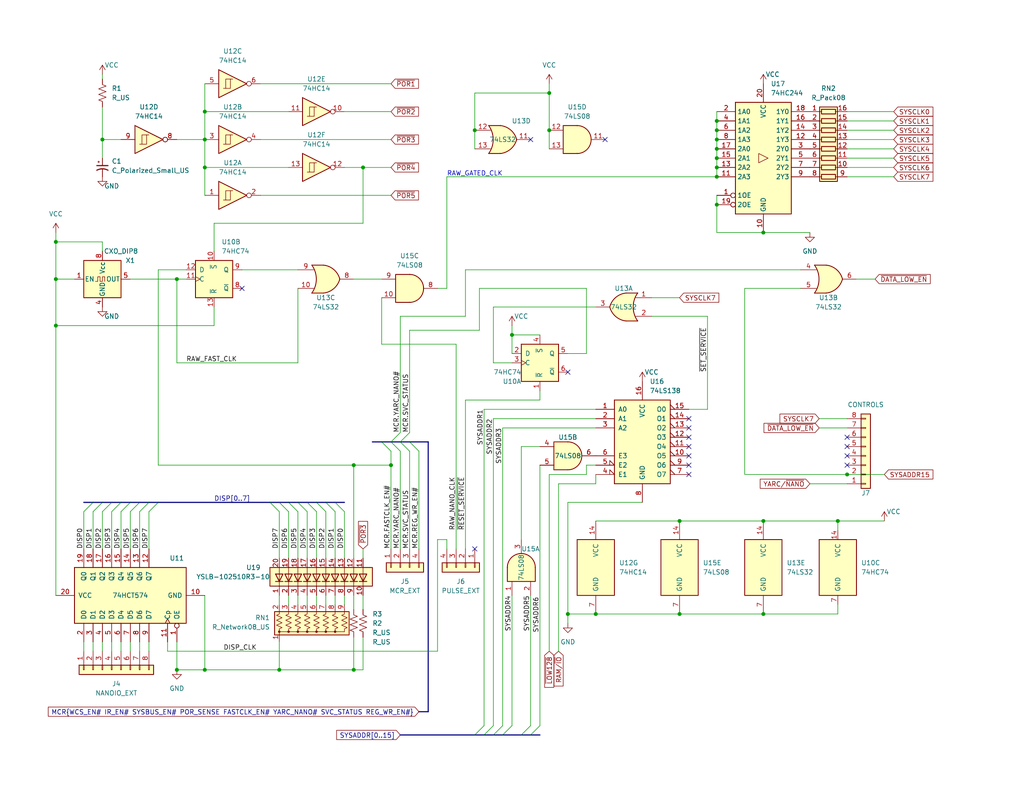
<source format=kicad_sch>
(kicad_sch (version 20230121) (generator eeschema)
  (paper "USLetter")
  (title_block (title "Clock and Downloader Extension") (comment 1 "All components are 74HC family regardless of P/N shown"))
  (lib_symbols
    (symbol "74xx:74HC14" (pin_names (offset 1.016))
      (property "Reference" "U" (at 0 1.27 0))
      (property "Value" "74HC14" (at 0 -1.27 0))
      (symbol "74HC14_1_0"
        (pin input line (at -7.62 0 0) (length 3.81) (name "~") (number "1"))
        (pin output inverted (at 7.62 0 180) (length 3.81) (name "~") (number "2"))
      )
      (symbol "74HC14_2_0"
        (pin input line (at -7.62 0 0) (length 3.81) (name "~") (number "3"))
        (pin output inverted (at 7.62 0 180) (length 3.81) (name "~") (number "4"))
      )
      (symbol "74HC14_3_0"
        (pin input line (at -7.62 0 0) (length 3.81) (name "~") (number "5"))
        (pin output inverted (at 7.62 0 180) (length 3.81) (name "~") (number "6"))
      )
      (symbol "74HC14_4_0"
        (pin output inverted (at 7.62 0 180) (length 3.81) (name "~") (number "8"))
        (pin input line (at -7.62 0 0) (length 3.81) (name "~") (number "9"))
      )
      (symbol "74HC14_5_0"
        (pin output inverted (at 7.62 0 180) (length 3.81) (name "~") (number "10"))
        (pin input line (at -7.62 0 0) (length 3.81) (name "~") (number "11"))
      )
      (symbol "74HC14_6_0"
        (pin output inverted (at 7.62 0 180) (length 3.81) (name "~") (number "12"))
        (pin input line (at -7.62 0 0) (length 3.81) (name "~") (number "13"))
      )
      (symbol "74HC14_7_0"
        (pin power_in line (at 0 12.7 270) (length 5.08) (name "VCC") (number "14"))
        (pin power_in line (at 0 -12.7 90) (length 5.08) (name "GND") (number "7"))
      )
    )
    (symbol "74xx:74HC244"
      (property "Reference" "U" (at -7.62 16.51 0))
      (property "Value" "74HC244" (at -7.62 -16.51 0))
      (symbol "74HC244_1_0"
        (pin input inverted (at -12.7 -10.16 0) (length 5.08) (name "1OE") (number "1"))
        (pin power_in line (at 0 -20.32 90) (length 5.08) (name "GND") (number "10"))
        (pin input line (at -12.7 -5.08 0) (length 5.08) (name "2A3") (number "11"))
        (pin tri_state line (at 12.7 5.08 180) (length 5.08) (name "1Y3") (number "12"))
        (pin input line (at -12.7 -2.54 0) (length 5.08) (name "2A2") (number "13"))
        (pin tri_state line (at 12.7 7.62 180) (length 5.08) (name "1Y2") (number "14"))
        (pin input line (at -12.7 0 0) (length 5.08) (name "2A1") (number "15"))
        (pin tri_state line (at 12.7 10.16 180) (length 5.08) (name "1Y1") (number "16"))
        (pin input line (at -12.7 2.54 0) (length 5.08) (name "2A0") (number "17"))
        (pin tri_state line (at 12.7 12.7 180) (length 5.08) (name "1Y0") (number "18"))
        (pin input inverted (at -12.7 -12.7 0) (length 5.08) (name "2OE") (number "19"))
        (pin input line (at -12.7 12.7 0) (length 5.08) (name "1A0") (number "2"))
        (pin power_in line (at 0 20.32 270) (length 5.08) (name "VCC") (number "20"))
        (pin tri_state line (at 12.7 2.54 180) (length 5.08) (name "2Y0") (number "3"))
        (pin input line (at -12.7 10.16 0) (length 5.08) (name "1A1") (number "4"))
        (pin tri_state line (at 12.7 0 180) (length 5.08) (name "2Y1") (number "5"))
        (pin input line (at -12.7 7.62 0) (length 5.08) (name "1A2") (number "6"))
        (pin tri_state line (at 12.7 -2.54 180) (length 5.08) (name "2Y2") (number "7"))
        (pin input line (at -12.7 5.08 0) (length 5.08) (name "1A3") (number "8"))
        (pin tri_state line (at 12.7 -5.08 180) (length 5.08) (name "2Y3") (number "9"))
      )
    )
    (symbol "74xx:74HC74" (pin_names (offset 1.016))
      (property "Reference" "U" (at -7.62 8.89 0))
      (property "Value" "74HC74" (at -7.62 -8.89 0))
      (symbol "74HC74_1_0"
        (pin input line (at 0 -7.62 90) (length 2.54) (name "~{R}") (number "1"))
        (pin input line (at -7.62 2.54 0) (length 2.54) (name "D") (number "2"))
        (pin input clock (at -7.62 0 0) (length 2.54) (name "C") (number "3"))
        (pin input line (at 0 7.62 270) (length 2.54) (name "~{S}") (number "4"))
        (pin output line (at 7.62 2.54 180) (length 2.54) (name "Q") (number "5"))
        (pin output line (at 7.62 -2.54 180) (length 2.54) (name "~{Q}") (number "6"))
      )
      (symbol "74HC74_2_0"
        (pin input line (at 0 7.62 270) (length 2.54) (name "~{S}") (number "10"))
        (pin input clock (at -7.62 0 0) (length 2.54) (name "C") (number "11"))
        (pin input line (at -7.62 2.54 0) (length 2.54) (name "D") (number "12"))
        (pin input line (at 0 -7.62 90) (length 2.54) (name "~{R}") (number "13"))
        (pin output line (at 7.62 -2.54 180) (length 2.54) (name "~{Q}") (number "8"))
        (pin output line (at 7.62 2.54 180) (length 2.54) (name "Q") (number "9"))
      )
      (symbol "74HC74_3_0"
        (pin power_in line (at 0 10.16 270) (length 2.54) (name "VCC") (number "14"))
        (pin power_in line (at 0 -10.16 90) (length 2.54) (name "GND") (number "7"))
      )
    )
    (symbol "74xx:74HCT574" (pin_names (offset 1.016))
      (property "Reference" "U" (at -7.62 16.51 0))
      (property "Value" "74HCT574" (at -7.62 -16.51 0))
      (symbol "74HCT574_1_0"
        (pin input inverted (at -12.7 -12.7 0) (length 5.08) (name "OE") (number "1"))
        (pin power_in line (at 0 -20.32 90) (length 5.08) (name "GND") (number "10"))
        (pin input clock (at -12.7 -10.16 0) (length 5.08) (name "Cp") (number "11"))
        (pin tri_state line (at 12.7 -5.08 180) (length 5.08) (name "Q7") (number "12"))
        (pin tri_state line (at 12.7 -2.54 180) (length 5.08) (name "Q6") (number "13"))
        (pin tri_state line (at 12.7 0 180) (length 5.08) (name "Q5") (number "14"))
        (pin tri_state line (at 12.7 2.54 180) (length 5.08) (name "Q4") (number "15"))
        (pin tri_state line (at 12.7 5.08 180) (length 5.08) (name "Q3") (number "16"))
        (pin tri_state line (at 12.7 7.62 180) (length 5.08) (name "Q2") (number "17"))
        (pin tri_state line (at 12.7 10.16 180) (length 5.08) (name "Q1") (number "18"))
        (pin tri_state line (at 12.7 12.7 180) (length 5.08) (name "Q0") (number "19"))
        (pin input line (at -12.7 12.7 0) (length 5.08) (name "D0") (number "2"))
        (pin power_in line (at 0 20.32 270) (length 5.08) (name "VCC") (number "20"))
        (pin input line (at -12.7 10.16 0) (length 5.08) (name "D1") (number "3"))
        (pin input line (at -12.7 7.62 0) (length 5.08) (name "D2") (number "4"))
        (pin input line (at -12.7 5.08 0) (length 5.08) (name "D3") (number "5"))
        (pin input line (at -12.7 2.54 0) (length 5.08) (name "D4") (number "6"))
        (pin input line (at -12.7 0 0) (length 5.08) (name "D5") (number "7"))
        (pin input line (at -12.7 -2.54 0) (length 5.08) (name "D6") (number "8"))
        (pin input line (at -12.7 -5.08 0) (length 5.08) (name "D7") (number "9"))
      )
    )
    (symbol "74xx:74LS08" (pin_names (offset 1.016))
      (property "Reference" "U" (at 0 1.27 0))
      (property "Value" "74LS08" (at 0 -1.27 0))
      (symbol "74LS08_1_1"
        (pin input line (at -7.62 2.54 0) (length 3.81) (name "~") (number "1"))
        (pin input line (at -7.62 -2.54 0) (length 3.81) (name "~") (number "2"))
        (pin output line (at 7.62 0 180) (length 3.81) (name "~") (number "3"))
      )
      (symbol "74LS08_1_2"
        (pin input inverted (at -7.62 2.54 0) (length 4.318) (name "~") (number "1"))
        (pin input inverted (at -7.62 -2.54 0) (length 4.318) (name "~") (number "2"))
        (pin output inverted (at 7.62 0 180) (length 3.81) (name "~") (number "3"))
      )
      (symbol "74LS08_2_1"
        (pin input line (at -7.62 2.54 0) (length 3.81) (name "~") (number "4"))
        (pin input line (at -7.62 -2.54 0) (length 3.81) (name "~") (number "5"))
        (pin output line (at 7.62 0 180) (length 3.81) (name "~") (number "6"))
      )
      (symbol "74LS08_2_2"
        (pin input inverted (at -7.62 2.54 0) (length 4.318) (name "~") (number "4"))
        (pin input inverted (at -7.62 -2.54 0) (length 4.318) (name "~") (number "5"))
        (pin output inverted (at 7.62 0 180) (length 3.81) (name "~") (number "6"))
      )
      (symbol "74LS08_3_1"
        (pin input line (at -7.62 -2.54 0) (length 3.81) (name "~") (number "10"))
        (pin output line (at 7.62 0 180) (length 3.81) (name "~") (number "8"))
        (pin input line (at -7.62 2.54 0) (length 3.81) (name "~") (number "9"))
      )
      (symbol "74LS08_3_2"
        (pin input inverted (at -7.62 -2.54 0) (length 4.318) (name "~") (number "10"))
        (pin output inverted (at 7.62 0 180) (length 3.81) (name "~") (number "8"))
        (pin input inverted (at -7.62 2.54 0) (length 4.318) (name "~") (number "9"))
      )
      (symbol "74LS08_4_1"
        (pin output line (at 7.62 0 180) (length 3.81) (name "~") (number "11"))
        (pin input line (at -7.62 2.54 0) (length 3.81) (name "~") (number "12"))
        (pin input line (at -7.62 -2.54 0) (length 3.81) (name "~") (number "13"))
      )
      (symbol "74LS08_4_2"
        (pin output inverted (at 7.62 0 180) (length 3.81) (name "~") (number "11"))
        (pin input inverted (at -7.62 2.54 0) (length 4.318) (name "~") (number "12"))
        (pin input inverted (at -7.62 -2.54 0) (length 4.318) (name "~") (number "13"))
      )
      (symbol "74LS08_5_0"
        (pin power_in line (at 0 12.7 270) (length 5.08) (name "VCC") (number "14"))
        (pin power_in line (at 0 -12.7 90) (length 5.08) (name "GND") (number "7"))
      )
    )
    (symbol "74xx:74LS138" (pin_names (offset 1.016))
      (property "Reference" "U" (at -7.62 11.43 0))
      (property "Value" "74LS138" (at -7.62 -13.97 0))
      (symbol "74LS138_1_0"
        (pin input line (at -12.7 7.62 0) (length 5.08) (name "A0") (number "1"))
        (pin output output_low (at 12.7 -5.08 180) (length 5.08) (name "O5") (number "10"))
        (pin output output_low (at 12.7 -2.54 180) (length 5.08) (name "O4") (number "11"))
        (pin output output_low (at 12.7 0 180) (length 5.08) (name "O3") (number "12"))
        (pin output output_low (at 12.7 2.54 180) (length 5.08) (name "O2") (number "13"))
        (pin output output_low (at 12.7 5.08 180) (length 5.08) (name "O1") (number "14"))
        (pin output output_low (at 12.7 7.62 180) (length 5.08) (name "O0") (number "15"))
        (pin power_in line (at 0 15.24 270) (length 5.08) (name "VCC") (number "16"))
        (pin input line (at -12.7 5.08 0) (length 5.08) (name "A1") (number "2"))
        (pin input line (at -12.7 2.54 0) (length 5.08) (name "A2") (number "3"))
        (pin input input_low (at -12.7 -10.16 0) (length 5.08) (name "E1") (number "4"))
        (pin input input_low (at -12.7 -7.62 0) (length 5.08) (name "E2") (number "5"))
        (pin input line (at -12.7 -5.08 0) (length 5.08) (name "E3") (number "6"))
        (pin output output_low (at 12.7 -10.16 180) (length 5.08) (name "O7") (number "7"))
        (pin power_in line (at 0 -17.78 90) (length 5.08) (name "GND") (number "8"))
        (pin output output_low (at 12.7 -7.62 180) (length 5.08) (name "O6") (number "9"))
      )
    )
    (symbol "74xx:74LS32" (pin_names (offset 1.016))
      (property "Reference" "U" (at 0 1.27 0))
      (property "Value" "74LS32" (at 0 -1.27 0))
      (symbol "74LS32_1_1"
        (pin input line (at -7.62 2.54 0) (length 4.318) (name "~") (number "1"))
        (pin input line (at -7.62 -2.54 0) (length 4.318) (name "~") (number "2"))
        (pin output line (at 7.62 0 180) (length 3.81) (name "~") (number "3"))
      )
      (symbol "74LS32_1_2"
        (pin input inverted (at -7.62 2.54 0) (length 3.81) (name "~") (number "1"))
        (pin input inverted (at -7.62 -2.54 0) (length 3.81) (name "~") (number "2"))
        (pin output inverted (at 7.62 0 180) (length 3.81) (name "~") (number "3"))
      )
      (symbol "74LS32_2_1"
        (pin input line (at -7.62 2.54 0) (length 4.318) (name "~") (number "4"))
        (pin input line (at -7.62 -2.54 0) (length 4.318) (name "~") (number "5"))
        (pin output line (at 7.62 0 180) (length 3.81) (name "~") (number "6"))
      )
      (symbol "74LS32_2_2"
        (pin input inverted (at -7.62 2.54 0) (length 3.81) (name "~") (number "4"))
        (pin input inverted (at -7.62 -2.54 0) (length 3.81) (name "~") (number "5"))
        (pin output inverted (at 7.62 0 180) (length 3.81) (name "~") (number "6"))
      )
      (symbol "74LS32_3_1"
        (pin input line (at -7.62 -2.54 0) (length 4.318) (name "~") (number "10"))
        (pin output line (at 7.62 0 180) (length 3.81) (name "~") (number "8"))
        (pin input line (at -7.62 2.54 0) (length 4.318) (name "~") (number "9"))
      )
      (symbol "74LS32_3_2"
        (pin input inverted (at -7.62 -2.54 0) (length 3.81) (name "~") (number "10"))
        (pin output inverted (at 7.62 0 180) (length 3.81) (name "~") (number "8"))
        (pin input inverted (at -7.62 2.54 0) (length 3.81) (name "~") (number "9"))
      )
      (symbol "74LS32_4_1"
        (pin output line (at 7.62 0 180) (length 3.81) (name "~") (number "11"))
        (pin input line (at -7.62 2.54 0) (length 4.318) (name "~") (number "12"))
        (pin input line (at -7.62 -2.54 0) (length 4.318) (name "~") (number "13"))
      )
      (symbol "74LS32_4_2"
        (pin output inverted (at 7.62 0 180) (length 3.81) (name "~") (number "11"))
        (pin input inverted (at -7.62 2.54 0) (length 3.81) (name "~") (number "12"))
        (pin input inverted (at -7.62 -2.54 0) (length 3.81) (name "~") (number "13"))
      )
      (symbol "74LS32_5_0"
        (pin power_in line (at 0 12.7 270) (length 5.08) (name "VCC") (number "14"))
        (pin power_in line (at 0 -12.7 90) (length 5.08) (name "GND") (number "7"))
      )
    )
    (symbol "Connector_Generic:Conn_01x04" (pin_names (offset 1.016) hide)
      (property "Reference" "J" (at 0 5.08 0))
      (property "Value" "Conn_01x04" (at 0 -7.62 0))
      (symbol "Conn_01x04_1_1"
        (pin passive line (at -5.08 2.54 0) (length 3.81) (name "Pin_1") (number "1"))
        (pin passive line (at -5.08 0 0) (length 3.81) (name "Pin_2") (number "2"))
        (pin passive line (at -5.08 -2.54 0) (length 3.81) (name "Pin_3") (number "3"))
        (pin passive line (at -5.08 -5.08 0) (length 3.81) (name "Pin_4") (number "4"))
      )
    )
    (symbol "Connector_Generic:Conn_01x08" (pin_names (offset 1.016) hide)
      (property "Reference" "J" (at 0 10.16 0))
      (property "Value" "Conn_01x08" (at 0 -12.7 0))
      (symbol "Conn_01x08_1_1"
        (pin passive line (at -5.08 7.62 0) (length 3.81) (name "Pin_1") (number "1"))
        (pin passive line (at -5.08 5.08 0) (length 3.81) (name "Pin_2") (number "2"))
        (pin passive line (at -5.08 2.54 0) (length 3.81) (name "Pin_3") (number "3"))
        (pin passive line (at -5.08 0 0) (length 3.81) (name "Pin_4") (number "4"))
        (pin passive line (at -5.08 -2.54 0) (length 3.81) (name "Pin_5") (number "5"))
        (pin passive line (at -5.08 -5.08 0) (length 3.81) (name "Pin_6") (number "6"))
        (pin passive line (at -5.08 -7.62 0) (length 3.81) (name "Pin_7") (number "7"))
        (pin passive line (at -5.08 -10.16 0) (length 3.81) (name "Pin_8") (number "8"))
      )
    )
    (symbol "Device:C_Polarized_Small_US" (pin_numbers hide) (pin_names (offset 0.254) hide)
      (property "Reference" "C" (at 0.254 1.778 0))
      (property "Value" "C_Polarized_Small_US" (at 0.254 -2.032 0))
      (symbol "C_Polarized_Small_US_1_1"
        (pin passive line (at 0 2.54 270) (length 2.032) (name "~") (number "1"))
        (pin passive line (at 0 -2.54 90) (length 2.032) (name "~") (number "2"))
      )
    )
    (symbol "Device:R_Network08_US" (pin_names (offset 0) hide)
      (property "Reference" "RN" (at -12.7 0 90))
      (property "Value" "R_Network08_US" (at 10.16 0 90))
      (symbol "R_Network08_US_1_1"
        (pin passive line (at -10.16 5.08 270) (length 2.54) (name "common") (number "1"))
        (pin passive line (at -10.16 -5.08 90) (length 1.27) (name "R1") (number "2"))
        (pin passive line (at -7.62 -5.08 90) (length 1.27) (name "R2") (number "3"))
        (pin passive line (at -5.08 -5.08 90) (length 1.27) (name "R3") (number "4"))
        (pin passive line (at -2.54 -5.08 90) (length 1.27) (name "R4") (number "5"))
        (pin passive line (at 0 -5.08 90) (length 1.27) (name "R5") (number "6"))
        (pin passive line (at 2.54 -5.08 90) (length 1.27) (name "R6") (number "7"))
        (pin passive line (at 5.08 -5.08 90) (length 1.27) (name "R7") (number "8"))
        (pin passive line (at 7.62 -5.08 90) (length 1.27) (name "R8") (number "9"))
      )
    )
    (symbol "Device:R_Pack08" (pin_names (offset 0) hide)
      (property "Reference" "RN" (at -12.7 0 90))
      (property "Value" "R_Pack08" (at 10.16 0 90))
      (symbol "R_Pack08_1_1"
        (pin passive line (at -10.16 -5.08 90) (length 2.54) (name "R1.1") (number "1"))
        (pin passive line (at 5.08 5.08 270) (length 2.54) (name "R7.2") (number "10"))
        (pin passive line (at 2.54 5.08 270) (length 2.54) (name "R6.2") (number "11"))
        (pin passive line (at 0 5.08 270) (length 2.54) (name "R5.2") (number "12"))
        (pin passive line (at -2.54 5.08 270) (length 2.54) (name "R4.2") (number "13"))
        (pin passive line (at -5.08 5.08 270) (length 2.54) (name "R3.2") (number "14"))
        (pin passive line (at -7.62 5.08 270) (length 2.54) (name "R2.2") (number "15"))
        (pin passive line (at -10.16 5.08 270) (length 2.54) (name "R1.2") (number "16"))
        (pin passive line (at -7.62 -5.08 90) (length 2.54) (name "R2.1") (number "2"))
        (pin passive line (at -5.08 -5.08 90) (length 2.54) (name "R3.1") (number "3"))
        (pin passive line (at -2.54 -5.08 90) (length 2.54) (name "R4.1") (number "4"))
        (pin passive line (at 0 -5.08 90) (length 2.54) (name "R5.1") (number "5"))
        (pin passive line (at 2.54 -5.08 90) (length 2.54) (name "R6.1") (number "6"))
        (pin passive line (at 5.08 -5.08 90) (length 2.54) (name "R7.1") (number "7"))
        (pin passive line (at 7.62 -5.08 90) (length 2.54) (name "R8.1") (number "8"))
        (pin passive line (at 7.62 5.08 270) (length 2.54) (name "R8.2") (number "9"))
      )
    )
    (symbol "Device:R_US" (pin_numbers hide) (pin_names (offset 0))
      (property "Reference" "R" (at 2.54 0 90))
      (property "Value" "R_US" (at -2.54 0 90))
      (symbol "R_US_1_1"
        (pin passive line (at 0 3.81 270) (length 1.27) (name "~") (number "1"))
        (pin passive line (at 0 -3.81 90) (length 1.27) (name "~") (number "2"))
      )
    )
    (symbol "Oscillator:CXO_DIP8" (pin_names (offset 0.254))
      (property "Reference" "X" (at -5.08 6.35 0))
      (property "Value" "CXO_DIP8" (at 1.27 -6.35 0))
      (symbol "CXO_DIP8_1_1"
        (pin input line (at -7.62 0 0) (length 2.54) (name "EN") (number "1"))
        (pin power_in line (at 0 -7.62 90) (length 2.54) (name "GND") (number "4"))
        (pin output line (at 7.62 0 180) (length 2.54) (name "OUT") (number "5"))
        (pin power_in line (at 0 7.62 270) (length 2.54) (name "Vcc") (number "8"))
      )
    )
    (symbol "pdxjjb:YSLB-102510R3-10"
      (property "Reference" "U" (at 0 -20.32 0))
      (property "Value" "YSLB-102510R3-10" (at 0 -17.78 0))
      (symbol "YSLB-102510R3-10_1_1"
        (pin passive line (at -5.08 10.16 0) (length 2.54) (name "") (number "1"))
        (pin passive line (at -5.08 -12.7 0) (length 2.54) (name "") (number "10"))
        (pin passive line (at 5.08 -12.7 180) (length 2.54) (name "") (number "11"))
        (pin passive line (at 5.08 -10.16 180) (length 2.54) (name "") (number "12"))
        (pin passive line (at 5.08 -7.62 180) (length 2.54) (name "") (number "13"))
        (pin passive line (at 5.08 -5.08 180) (length 2.54) (name "") (number "14"))
        (pin passive line (at 5.08 -2.54 180) (length 2.54) (name "") (number "15"))
        (pin passive line (at 5.08 0 180) (length 2.54) (name "") (number "16"))
        (pin passive line (at 5.08 2.54 180) (length 2.54) (name "") (number "17"))
        (pin passive line (at 5.08 5.08 180) (length 2.54) (name "") (number "18"))
        (pin passive line (at 5.08 7.62 180) (length 2.54) (name "") (number "19"))
        (pin passive line (at -5.08 7.62 0) (length 2.54) (name "") (number "2"))
        (pin passive line (at 5.08 10.16 180) (length 2.54) (name "") (number "20"))
        (pin passive line (at -5.08 5.08 0) (length 2.54) (name "") (number "3"))
        (pin passive line (at -5.08 2.54 0) (length 2.54) (name "") (number "4"))
        (pin passive line (at -5.08 0 0) (length 2.54) (name "") (number "5"))
        (pin passive line (at -5.08 -2.54 0) (length 2.54) (name "") (number "6"))
        (pin passive line (at -5.08 -5.08 0) (length 2.54) (name "") (number "7"))
        (pin passive line (at -5.08 -7.62 0) (length 2.54) (name "") (number "8"))
        (pin passive line (at -5.08 -10.16 0) (length 2.54) (name "") (number "9"))
      )
    )
    (symbol "power:GND" (power) (pin_names (offset 0))
      (property "Value" "GND" (at 0 -3.81 0))
      (symbol "GND_1_1"
        (pin power_in line (at 0 0 270) (length 0) hide (name "GND") (number "1"))
      )
    )
    (symbol "power:VCC" (power) (pin_names (offset 0))
      (property "Value" "VCC" (at 0 3.81 0))
      (symbol "VCC_1_1"
        (pin power_in line (at 0 0 90) (length 0) hide (name "VCC") (number "1"))
      )
    )
  )
  (junction (at 55.88 45.72))
  (junction (at 139.7 91.44))
  (junction (at 55.88 38.1))
  (junction (at 55.88 30.48))
  (junction (at 195.58 33.02))
  (junction (at 195.58 55.88))
  (junction (at 195.58 45.72))
  (junction (at 15.24 76.2))
  (junction (at 208.28 63.5))
  (junction (at 195.58 43.18))
  (junction (at 15.24 88.9))
  (junction (at 149.86 35.56))
  (junction (at 15.24 66.04))
  (junction (at 76.2 182.88))
  (junction (at 55.88 182.88))
  (junction (at 106.68 127))
  (junction (at 231.14 129.54))
  (junction (at 96.52 127))
  (junction (at 185.42 167.64))
  (junction (at 149.86 25.4))
  (junction (at 27.94 38.1))
  (junction (at 195.58 35.56))
  (junction (at 185.42 142.24))
  (junction (at 162.56 167.64))
  (junction (at 228.6 142.24))
  (junction (at 96.52 182.88))
  (junction (at 208.28 142.24))
  (junction (at 208.28 167.64))
  (junction (at 48.26 182.88))
  (junction (at 129.54 35.56))
  (junction (at 48.26 76.2))
  (junction (at 195.58 38.1))
  (junction (at 195.58 40.64))
  (junction (at 99.06 45.72))
  (junction (at 195.58 48.26))
  (junction (at 154.94 167.64))
  (no_connect (at 129.54 149.86))
  (no_connect (at 154.94 101.6))
  (no_connect (at 187.96 124.46))
  (no_connect (at 231.14 119.38))
  (no_connect (at 187.96 121.92))
  (no_connect (at 144.78 38.1))
  (no_connect (at 187.96 114.3))
  (no_connect (at 187.96 127))
  (no_connect (at 187.96 129.54))
  (no_connect (at 231.14 121.92))
  (no_connect (at 231.14 124.46))
  (no_connect (at 187.96 119.38))
  (no_connect (at 66.04 78.74))
  (no_connect (at 165.1 38.1))
  (no_connect (at 187.96 116.84))
  (no_connect (at 231.14 127))
  (bus_entry (at 104.14 120.65) (size 2.54 2.54))
  (bus_entry (at 144.78 200.66) (size 2.54 -2.54))
  (bus_entry (at 78.74 137.16) (size 2.54 2.54))
  (bus_entry (at 27.94 137.16) (size -2.54 2.54))
  (bus_entry (at 30.48 137.16) (size -2.54 2.54))
  (bus_entry (at 76.2 137.16) (size 2.54 2.54))
  (bus_entry (at 134.62 200.66) (size 2.54 -2.54))
  (bus_entry (at 38.1 137.16) (size -2.54 2.54))
  (bus_entry (at 86.36 137.16) (size 2.54 2.54))
  (bus_entry (at 111.76 120.65) (size 2.54 2.54))
  (bus_entry (at 88.9 137.16) (size 2.54 2.54))
  (bus_entry (at 81.28 137.16) (size 2.54 2.54))
  (bus_entry (at 142.24 200.66) (size 2.54 -2.54))
  (bus_entry (at 109.22 120.65) (size 2.54 -2.54))
  (bus_entry (at 40.64 137.16) (size -2.54 2.54))
  (bus_entry (at 132.08 200.66) (size 2.54 -2.54))
  (bus_entry (at 129.54 200.66) (size 2.54 -2.54))
  (bus_entry (at 25.4 137.16) (size -2.54 2.54))
  (bus_entry (at 73.66 137.16) (size 2.54 2.54))
  (bus_entry (at 109.22 120.65) (size 2.54 2.54))
  (bus_entry (at 106.68 120.65) (size 2.54 -2.54))
  (bus_entry (at 137.16 200.66) (size 2.54 -2.54))
  (bus_entry (at 35.56 137.16) (size -2.54 2.54))
  (bus_entry (at 106.68 120.65) (size 2.54 2.54))
  (bus_entry (at 43.18 137.16) (size -2.54 2.54))
  (bus_entry (at 33.02 137.16) (size -2.54 2.54))
  (bus_entry (at 83.82 137.16) (size 2.54 2.54))
  (bus_entry (at 91.44 137.16) (size 2.54 2.54))
  (bus (pts (xy 109.22 120.65) (xy 111.76 120.65)))
  (bus (pts (xy 88.9 137.16) (xy 91.44 137.16)))
  (wire (pts (xy 147.32 121.92) (xy 142.24 121.92)))
  (wire (pts (xy 149.86 22.86) (xy 149.86 25.4)))
  (wire (pts (xy 121.92 78.74) (xy 121.92 48.26)))
  (wire (pts (xy 22.86 139.7) (xy 22.86 149.86)))
  (wire (pts (xy 78.74 162.56) (xy 78.74 165.1)))
  (wire (pts (xy 160.02 129.54) (xy 149.86 129.54)))
  (wire (pts (xy 45.72 175.26) (xy 45.72 177.8)))
  (wire (pts (xy 86.36 162.56) (xy 86.36 165.1)))
  (wire (pts (xy 195.58 40.64) (xy 195.58 38.1)))
  (bus (pts (xy 25.4 137.16) (xy 27.94 137.16)))
  (wire (pts (xy 149.86 129.54) (xy 149.86 177.8)))
  (wire (pts (xy 104.14 93.98) (xy 104.14 81.28)))
  (wire (pts (xy 147.32 109.22) (xy 147.32 106.68)))
  (wire (pts (xy 162.56 83.82) (xy 134.62 83.82)))
  (wire (pts (xy 106.68 123.19) (xy 106.68 127)))
  (bus (pts (xy 35.56 137.16) (xy 38.1 137.16)))
  (wire (pts (xy 109.22 86.36) (xy 109.22 118.11)))
  (wire (pts (xy 162.56 127) (xy 160.02 127)))
  (wire (pts (xy 223.52 114.3) (xy 231.14 114.3)))
  (wire (pts (xy 76.2 162.56) (xy 76.2 165.1)))
  (wire (pts (xy 121.92 48.26) (xy 195.58 48.26)))
  (wire (pts (xy 35.56 76.2) (xy 48.26 76.2)))
  (bus (pts (xy 104.14 120.65) (xy 106.68 120.65)))
  (wire (pts (xy 162.56 132.08) (xy 152.4 132.08)))
  (wire (pts (xy 231.14 43.18) (xy 243.84 43.18)))
  (wire (pts (xy 43.18 73.66) (xy 43.18 127)))
  (bus (pts (xy 27.94 137.16) (xy 30.48 137.16)))
  (wire (pts (xy 111.76 123.19) (xy 111.76 149.86)))
  (wire (pts (xy 233.68 76.2) (xy 238.76 76.2)))
  (wire (pts (xy 30.48 139.7) (xy 30.48 149.86)))
  (wire (pts (xy 35.56 139.7) (xy 35.56 149.86)))
  (wire (pts (xy 27.94 20.32) (xy 27.94 21.59)))
  (bus (pts (xy 106.68 120.65) (xy 109.22 120.65)))
  (wire (pts (xy 88.9 162.56) (xy 88.9 165.1)))
  (wire (pts (xy 149.86 40.64) (xy 149.86 35.56)))
  (wire (pts (xy 96.52 127) (xy 106.68 127)))
  (wire (pts (xy 15.24 63.5) (xy 15.24 66.04)))
  (wire (pts (xy 15.24 76.2) (xy 15.24 88.9)))
  (wire (pts (xy 81.28 99.06) (xy 81.28 78.74)))
  (wire (pts (xy 241.3 129.54) (xy 231.14 129.54)))
  (bus (pts (xy 30.48 137.16) (xy 33.02 137.16)))
  (bus (pts (xy 43.18 137.16) (xy 73.66 137.16)))
  (wire (pts (xy 218.44 78.74) (xy 203.2 78.74)))
  (wire (pts (xy 27.94 175.26) (xy 27.94 177.8)))
  (bus (pts (xy 81.28 137.16) (xy 83.82 137.16)))
  (wire (pts (xy 130.81 78.74) (xy 130.81 90.17)))
  (wire (pts (xy 99.06 45.72) (xy 93.98 45.72)))
  (wire (pts (xy 78.74 30.48) (xy 55.88 30.48)))
  (wire (pts (xy 99.06 182.88) (xy 99.06 173.99)))
  (wire (pts (xy 40.64 139.7) (xy 40.64 149.86)))
  (wire (pts (xy 195.58 35.56) (xy 195.58 33.02)))
  (wire (pts (xy 127 149.86) (xy 127 109.22)))
  (wire (pts (xy 121.92 147.32) (xy 119.38 147.32)))
  (wire (pts (xy 147.32 127) (xy 147.32 198.12)))
  (wire (pts (xy 231.14 40.64) (xy 243.84 40.64)))
  (wire (pts (xy 48.26 38.1) (xy 55.88 38.1)))
  (wire (pts (xy 25.4 175.26) (xy 25.4 177.8)))
  (wire (pts (xy 38.1 175.26) (xy 38.1 177.8)))
  (wire (pts (xy 25.4 139.7) (xy 25.4 149.86)))
  (wire (pts (xy 162.56 129.54) (xy 162.56 132.08)))
  (wire (pts (xy 93.98 162.56) (xy 93.98 165.1)))
  (wire (pts (xy 134.62 83.82) (xy 134.62 99.06)))
  (wire (pts (xy 15.24 88.9) (xy 15.24 162.56)))
  (wire (pts (xy 27.94 38.1) (xy 27.94 43.18)))
  (wire (pts (xy 48.26 76.2) (xy 50.8 76.2)))
  (wire (pts (xy 76.2 139.7) (xy 76.2 152.4)))
  (wire (pts (xy 195.58 30.48) (xy 195.58 33.02)))
  (wire (pts (xy 86.36 139.7) (xy 86.36 152.4)))
  (wire (pts (xy 220.98 63.5) (xy 208.28 63.5)))
  (wire (pts (xy 187.96 111.76) (xy 193.04 111.76)))
  (wire (pts (xy 109.22 123.19) (xy 109.22 149.86)))
  (wire (pts (xy 40.64 175.26) (xy 40.64 177.8)))
  (wire (pts (xy 83.82 162.56) (xy 83.82 165.1)))
  (bus (pts (xy 142.24 200.66) (xy 144.78 200.66)))
  (wire (pts (xy 38.1 139.7) (xy 38.1 149.86)))
  (wire (pts (xy 48.26 182.88) (xy 55.88 182.88)))
  (wire (pts (xy 160.02 78.74) (xy 130.81 78.74)))
  (wire (pts (xy 129.54 35.56) (xy 129.54 25.4)))
  (bus (pts (xy 86.36 137.16) (xy 88.9 137.16)))
  (wire (pts (xy 96.52 76.2) (xy 104.14 76.2)))
  (wire (pts (xy 111.76 90.17) (xy 130.81 90.17)))
  (wire (pts (xy 195.58 38.1) (xy 195.58 35.56)))
  (wire (pts (xy 139.7 91.44) (xy 139.7 96.52)))
  (wire (pts (xy 132.08 198.12) (xy 132.08 111.76)))
  (wire (pts (xy 27.94 68.58) (xy 27.94 66.04)))
  (wire (pts (xy 50.8 73.66) (xy 43.18 73.66)))
  (wire (pts (xy 71.12 38.1) (xy 106.68 38.1)))
  (wire (pts (xy 58.42 60.96) (xy 99.06 60.96)))
  (wire (pts (xy 185.42 142.24) (xy 208.28 142.24)))
  (wire (pts (xy 231.14 48.26) (xy 243.84 48.26)))
  (wire (pts (xy 223.52 116.84) (xy 231.14 116.84)))
  (wire (pts (xy 106.68 127) (xy 106.68 149.86)))
  (bus (pts (xy 132.08 200.66) (xy 134.62 200.66)))
  (wire (pts (xy 119.38 78.74) (xy 121.92 78.74)))
  (bus (pts (xy 73.66 137.16) (xy 76.2 137.16)))
  (wire (pts (xy 154.94 137.16) (xy 154.94 167.64)))
  (wire (pts (xy 134.62 99.06) (xy 139.7 99.06)))
  (wire (pts (xy 193.04 86.36) (xy 177.8 86.36)))
  (wire (pts (xy 81.28 162.56) (xy 81.28 165.1)))
  (wire (pts (xy 228.6 167.64) (xy 228.6 165.1)))
  (bus (pts (xy 33.02 137.16) (xy 35.56 137.16)))
  (wire (pts (xy 96.52 152.4) (xy 96.52 127)))
  (wire (pts (xy 162.56 111.76) (xy 132.08 111.76)))
  (wire (pts (xy 99.06 162.56) (xy 99.06 166.37)))
  (wire (pts (xy 160.02 127) (xy 160.02 129.54)))
  (bus (pts (xy 78.74 137.16) (xy 81.28 137.16)))
  (wire (pts (xy 177.8 81.28) (xy 185.42 81.28)))
  (wire (pts (xy 96.52 162.56) (xy 96.52 166.37)))
  (wire (pts (xy 66.04 73.66) (xy 81.28 73.66)))
  (wire (pts (xy 99.06 149.86) (xy 99.06 152.4)))
  (bus (pts (xy 129.54 200.66) (xy 132.08 200.66)))
  (wire (pts (xy 58.42 68.58) (xy 58.42 60.96)))
  (wire (pts (xy 241.3 142.24) (xy 228.6 142.24)))
  (wire (pts (xy 27.94 66.04) (xy 15.24 66.04)))
  (wire (pts (xy 22.86 175.26) (xy 22.86 177.8)))
  (wire (pts (xy 127 73.66) (xy 127 86.36)))
  (wire (pts (xy 91.44 162.56) (xy 91.44 165.1)))
  (wire (pts (xy 33.02 175.26) (xy 33.02 177.8)))
  (bus (pts (xy 144.78 200.66) (xy 147.32 200.66)))
  (wire (pts (xy 162.56 114.3) (xy 134.62 114.3)))
  (wire (pts (xy 195.58 55.88) (xy 195.58 63.5)))
  (wire (pts (xy 195.58 45.72) (xy 195.58 43.18)))
  (wire (pts (xy 195.58 53.34) (xy 195.58 55.88)))
  (wire (pts (xy 162.56 142.24) (xy 185.42 142.24)))
  (wire (pts (xy 152.4 132.08) (xy 152.4 177.8)))
  (wire (pts (xy 35.56 175.26) (xy 35.56 177.8)))
  (wire (pts (xy 124.46 149.86) (xy 124.46 93.98)))
  (wire (pts (xy 154.94 96.52) (xy 160.02 96.52)))
  (wire (pts (xy 147.32 91.44) (xy 139.7 91.44)))
  (wire (pts (xy 193.04 86.36) (xy 193.04 111.76)))
  (wire (pts (xy 134.62 198.12) (xy 134.62 114.3)))
  (bus (pts (xy 109.22 200.66) (xy 129.54 200.66)))
  (wire (pts (xy 78.74 139.7) (xy 78.74 152.4)))
  (wire (pts (xy 30.48 175.26) (xy 30.48 177.8)))
  (wire (pts (xy 139.7 88.9) (xy 139.7 91.44)))
  (wire (pts (xy 58.42 88.9) (xy 15.24 88.9)))
  (wire (pts (xy 93.98 139.7) (xy 93.98 152.4)))
  (wire (pts (xy 203.2 129.54) (xy 231.14 129.54)))
  (bus (pts (xy 22.86 137.16) (xy 25.4 137.16)))
  (wire (pts (xy 144.78 198.12) (xy 144.78 162.56)))
  (wire (pts (xy 127 86.36) (xy 109.22 86.36)))
  (wire (pts (xy 55.88 53.34) (xy 55.88 45.72)))
  (wire (pts (xy 231.14 132.08) (xy 220.98 132.08)))
  (wire (pts (xy 160.02 78.74) (xy 160.02 96.52)))
  (wire (pts (xy 119.38 147.32) (xy 119.38 177.8)))
  (bus (pts (xy 40.64 137.16) (xy 43.18 137.16)))
  (wire (pts (xy 218.44 73.66) (xy 127 73.66)))
  (wire (pts (xy 121.92 149.86) (xy 121.92 147.32)))
  (wire (pts (xy 195.58 48.26) (xy 195.58 45.72)))
  (wire (pts (xy 83.82 139.7) (xy 83.82 152.4)))
  (wire (pts (xy 208.28 167.64) (xy 228.6 167.64)))
  (wire (pts (xy 76.2 175.26) (xy 76.2 182.88)))
  (wire (pts (xy 48.26 99.06) (xy 81.28 99.06)))
  (wire (pts (xy 96.52 173.99) (xy 96.52 182.88)))
  (wire (pts (xy 93.98 30.48) (xy 106.68 30.48)))
  (bus (pts (xy 116.84 194.31) (xy 116.84 120.65)))
  (wire (pts (xy 228.6 142.24) (xy 228.6 144.78)))
  (wire (pts (xy 55.88 22.86) (xy 55.88 30.48)))
  (bus (pts (xy 111.76 120.65) (xy 116.84 120.65)))
  (bus (pts (xy 137.16 200.66) (xy 142.24 200.66)))
  (wire (pts (xy 81.28 139.7) (xy 81.28 152.4)))
  (wire (pts (xy 27.94 29.21) (xy 27.94 38.1)))
  (wire (pts (xy 45.72 177.8) (xy 119.38 177.8)))
  (wire (pts (xy 228.6 142.24) (xy 208.28 142.24)))
  (wire (pts (xy 71.12 53.34) (xy 106.68 53.34)))
  (wire (pts (xy 139.7 198.12) (xy 139.7 162.56)))
  (wire (pts (xy 71.12 22.86) (xy 106.68 22.86)))
  (wire (pts (xy 55.88 45.72) (xy 55.88 38.1)))
  (wire (pts (xy 76.2 182.88) (xy 55.88 182.88)))
  (wire (pts (xy 91.44 139.7) (xy 91.44 152.4)))
  (wire (pts (xy 48.26 99.06) (xy 48.26 76.2)))
  (wire (pts (xy 58.42 83.82) (xy 58.42 88.9)))
  (wire (pts (xy 78.74 45.72) (xy 55.88 45.72)))
  (wire (pts (xy 162.56 167.64) (xy 185.42 167.64)))
  (wire (pts (xy 203.2 129.54) (xy 203.2 78.74)))
  (wire (pts (xy 127 109.22) (xy 147.32 109.22)))
  (wire (pts (xy 27.94 139.7) (xy 27.94 149.86)))
  (wire (pts (xy 43.18 127) (xy 96.52 127)))
  (wire (pts (xy 231.14 33.02) (xy 243.84 33.02)))
  (wire (pts (xy 175.26 137.16) (xy 154.94 137.16)))
  (wire (pts (xy 114.3 123.19) (xy 114.3 149.86)))
  (wire (pts (xy 231.14 38.1) (xy 243.84 38.1)))
  (wire (pts (xy 48.26 182.88) (xy 48.26 175.26)))
  (wire (pts (xy 129.54 40.64) (xy 129.54 35.56)))
  (bus (pts (xy 134.62 200.66) (xy 137.16 200.66)))
  (wire (pts (xy 111.76 90.17) (xy 111.76 118.11)))
  (wire (pts (xy 208.28 167.64) (xy 185.42 167.64)))
  (bus (pts (xy 38.1 137.16) (xy 40.64 137.16)))
  (bus (pts (xy 83.82 137.16) (xy 86.36 137.16)))
  (wire (pts (xy 88.9 139.7) (xy 88.9 152.4)))
  (wire (pts (xy 162.56 116.84) (xy 137.16 116.84)))
  (wire (pts (xy 76.2 182.88) (xy 96.52 182.88)))
  (wire (pts (xy 33.02 139.7) (xy 33.02 149.86)))
  (wire (pts (xy 99.06 60.96) (xy 99.06 45.72)))
  (wire (pts (xy 106.68 45.72) (xy 99.06 45.72)))
  (wire (pts (xy 142.24 121.92) (xy 142.24 147.32)))
  (bus (pts (xy 101.6 120.65) (xy 104.14 120.65)))
  (wire (pts (xy 20.32 76.2) (xy 15.24 76.2)))
  (wire (pts (xy 154.94 167.64) (xy 154.94 170.18)))
  (bus (pts (xy 114.3 194.31) (xy 116.84 194.31)))
  (wire (pts (xy 15.24 66.04) (xy 15.24 76.2)))
  (wire (pts (xy 149.86 25.4) (xy 149.86 35.56)))
  (wire (pts (xy 162.56 167.64) (xy 154.94 167.64)))
  (wire (pts (xy 55.88 30.48) (xy 55.88 38.1)))
  (wire (pts (xy 231.14 35.56) (xy 243.84 35.56)))
  (wire (pts (xy 231.14 30.48) (xy 243.84 30.48)))
  (wire (pts (xy 124.46 93.98) (xy 104.14 93.98)))
  (wire (pts (xy 137.16 198.12) (xy 137.16 116.84)))
  (wire (pts (xy 55.88 162.56) (xy 55.88 182.88)))
  (wire (pts (xy 129.54 25.4) (xy 149.86 25.4)))
  (bus (pts (xy 91.44 137.16) (xy 93.98 137.16)))
  (wire (pts (xy 96.52 182.88) (xy 99.06 182.88)))
  (wire (pts (xy 27.94 38.1) (xy 33.02 38.1)))
  (wire (pts (xy 195.58 63.5) (xy 208.28 63.5)))
  (wire (pts (xy 231.14 45.72) (xy 243.84 45.72)))
  (bus (pts (xy 76.2 137.16) (xy 78.74 137.16)))
  (wire (pts (xy 195.58 43.18) (xy 195.58 40.64)))
  (text "RAW_GATED_CLK" (at 121.92 48.26 0) (effects (font (size 1.27 1.27)) (justify left bottom)))
  (label "DISP_CLK" (at 60.96 177.8 0))
  (label "DISP0" (at 93.98 149.86 90))
  (label "~{SET_SERVICE}" (at 193.04 101.6 90))
  (label "DISP7" (at 40.64 149.86 90))
  (label "MCR.YARC_NANO#" (at 109.22 149.86 90))
  (label "DISP5" (at 35.56 149.86 90))
  (label "DISP2" (at 27.94 149.86 90))
  (label "MCR.YARC_NANO#" (at 109.22 118.11 90))
  (label "MCR.REG_WR_EN#" (at 114.3 149.86 90))
  (label "DISP6" (at 78.74 149.86 90))
  (label "RAW_FAST_CLK" (at 50.8 99.06 0))
  (label "DISP[0..7]" (at 58.42 137.16 0))
  (label "RAW_NANO_CLK" (at 124.46 144.78 90))
  (label "SYSADDR2" (at 134.62 114.3 270))
  (label "DISP0" (at 22.86 149.86 90))
  (label "DISP4" (at 33.02 149.86 90))
  (label "DISP5" (at 81.28 149.86 90))
  (label "DISP4" (at 83.82 149.86 90))
  (label "~{RESET_SERVICE}" (at 127 144.78 90))
  (label "DISP3" (at 86.36 149.86 90))
  (label "DISP2" (at 88.9 149.86 90))
  (label "SYSADDR6" (at 147.32 172.72 90))
  (label "MCR.FASTCLK_EN#" (at 106.68 149.86 90))
  (label "DISP1" (at 25.4 149.86 90))
  (label "MCR.SVC_STATUS" (at 111.76 149.86 90))
  (label "DISP3" (at 30.48 149.86 90))
  (label "SYSADDR5" (at 144.78 162.56 270))
  (label "SYSADDR4" (at 139.7 162.56 270))
  (label "SYSADDR3" (at 137.16 116.84 270))
  (label "MCR.SVC_STATUS" (at 111.76 118.11 90))
  (label "DISP7" (at 76.2 149.86 90))
  (label "DISP1" (at 91.44 149.86 90))
  (label "DISP6" (at 38.1 149.86 90))
  (label "SYSADDR1" (at 132.08 111.76 270))
  (global_label "~{DATA_LOW_EN}" (shape input) (at 238.76 76.2 0) (property "Intersheetrefs" "${INTERSHEET_REFS}" (effects hide)))
  (global_label "~{POR4}" (shape input) (at 106.68 45.72 0) (property "Intersheetrefs" "${INTERSHEET_REFS}" (effects hide)))
  (global_label "SYSCLK7" (shape input) (at 243.84 48.26 0) (property "Intersheetrefs" "${INTERSHEET_REFS}" (effects hide)))
  (global_label "SYSCLK6" (shape input) (at 243.84 45.72 0) (property "Intersheetrefs" "${INTERSHEET_REFS}" (effects hide)))
  (global_label "SYSCLK4" (shape input) (at 243.84 40.64 0) (property "Intersheetrefs" "${INTERSHEET_REFS}" (effects hide)))
  (global_label "~{LOW128}" (shape input) (at 149.86 177.8 270) (property "Intersheetrefs" "${INTERSHEET_REFS}" (effects hide)))
  (global_label "SYSCLK1" (shape input) (at 243.84 33.02 0) (property "Intersheetrefs" "${INTERSHEET_REFS}" (effects hide)))
  (global_label "~{POR3}" (shape input) (at 99.06 149.86 90) (property "Intersheetrefs" "${INTERSHEET_REFS}" (effects hide)))
  (global_label "SYSCLK2" (shape input) (at 243.84 35.56 0) (property "Intersheetrefs" "${INTERSHEET_REFS}" (effects hide)))
  (global_label "SYSADDR[0..15]" (shape input) (at 109.22 200.66 180) (property "Intersheetrefs" "${INTERSHEET_REFS}" (effects hide)))
  (global_label "YARC{slash}~{NANO}" (shape input) (at 220.98 132.08 180) (property "Intersheetrefs" "${INTERSHEET_REFS}" (effects hide)))
  (global_label "SYSCLK5" (shape input) (at 243.84 43.18 0) (property "Intersheetrefs" "${INTERSHEET_REFS}" (effects hide)))
  (global_label "SYSCLK3" (shape input) (at 243.84 38.1 0) (property "Intersheetrefs" "${INTERSHEET_REFS}" (effects hide)))
  (global_label "~{POR5}" (shape input) (at 106.68 53.34 0) (property "Intersheetrefs" "${INTERSHEET_REFS}" (effects hide)))
  (global_label "SYSCLK7" (shape input) (at 223.52 114.3 180) (property "Intersheetrefs" "${INTERSHEET_REFS}" (effects hide)))
  (global_label "~{DATA_LOW_EN}" (shape input) (at 223.52 116.84 180) (property "Intersheetrefs" "${INTERSHEET_REFS}" (effects hide)))
  (global_label "SYSCLK0" (shape input) (at 243.84 30.48 0) (property "Intersheetrefs" "${INTERSHEET_REFS}" (effects hide)))
  (global_label "MCR{WCS_EN# IR_EN# SYSBUS_EN# POR_SENSE FASTCLK_EN# YARC_NANO# SVC_STATUS REG_WR_EN#}" (shape input) (at 114.3 194.31 180) (property "Intersheetrefs" "${INTERSHEET_REFS}" (effects hide)))
  (global_label "RAM{slash}~{IO}" (shape input) (at 152.4 177.8 270) (property "Intersheetrefs" "${INTERSHEET_REFS}" (effects hide)))
  (global_label "~{POR2}" (shape input) (at 106.68 30.48 0) (property "Intersheetrefs" "${INTERSHEET_REFS}" (effects hide)))
  (global_label "SYSADDR15" (shape input) (at 241.3 129.54 0) (property "Intersheetrefs" "${INTERSHEET_REFS}" (effects hide)))
  (global_label "~{POR1}" (shape input) (at 106.68 22.86 0) (property "Intersheetrefs" "${INTERSHEET_REFS}" (effects hide)))
  (global_label "~{POR3}" (shape input) (at 106.68 38.1 0) (property "Intersheetrefs" "${INTERSHEET_REFS}" (effects hide)))
  (global_label "SYSCLK7" (shape input) (at 185.42 81.28 0) (property "Intersheetrefs" "${INTERSHEET_REFS}" (effects hide)))
  (symbol (lib_id "Connector_Generic:Conn_01x08") (at 30.48 182.88 90) (mirror x) (unit 1)
    (property "Reference" "J4" (at 31.75 186.69 90))
    (property "Value" "NANOIO_EXT" (at 31.75 189.23 90))
  )
  (symbol (lib_id "power:VCC") (at 139.7 88.9 0) (unit 1)
    (property "Reference" "#PWR034" (effects hide))
    (property "Value" "VCC" (at 142.24 86.36 0))
  )
  (symbol (lib_id "Device:R_Pack08") (at 226.06 40.64 270) (unit 1)
    (property "Reference" "RN2" (at 226.06 24.13 90))
    (property "Value" "R_Pack08" (at 226.06 26.67 90))
  )
  (symbol (lib_id "power:GND") (at 154.94 170.18 0) (unit 1)
    (property "Reference" "#PWR035" (effects hide))
    (property "Value" "GND" (at 154.94 175.26 0))
  )
  (symbol (lib_id "Device:R_US") (at 27.94 25.4 0) (unit 1)
    (property "Reference" "R1" (at 30.48 24.1299 0) (effects (justify left)))
    (property "Value" "R_US" (at 30.48 26.6699 0) (effects (justify left)))
  )
  (symbol (lib_id "Device:R_US") (at 99.06 170.18 0) (unit 1)
    (property "Reference" "R3" (at 101.6 167.64 0) (effects (justify left)))
    (property "Value" "R_US" (at 101.6 172.72 0) (effects (justify left)))
  )
  (symbol (lib_id "74xx:74LS08") (at 154.94 124.46 0) (unit 2)
    (property "Reference" "U15" (at 154.94 119.38 0))
    (property "Value" "74LS08" (at 154.94 124.46 0))
    (property "Datasheet" "http://www.ti.com/lit/gpn/sn74LS08" (effects hide))
  )
  (symbol (lib_id "74xx:74HC74") (at 58.42 76.2 0) (unit 2)
    (property "Reference" "U10" (at 60.4394 66.04 0) (effects (justify left)))
    (property "Value" "74HC74" (at 60.4394 68.58 0) (effects (justify left)))
    (property "Datasheet" "74xx/74hc_hct74.pdf" (effects hide))
  )
  (symbol (lib_id "74xx:74HC14") (at 162.56 154.94 0) (unit 7)
    (property "Reference" "U12" (at 168.91 153.6699 0) (effects (justify left)))
    (property "Value" "74HC14" (at 168.91 156.2099 0) (effects (justify left)))
    (property "Datasheet" "http://www.ti.com/lit/gpn/sn74HC14" (effects hide))
  )
  (symbol (lib_id "74xx:74HC14") (at 86.36 30.48 0) (unit 5)
    (property "Reference" "U12" (at 86.36 21.59 0))
    (property "Value" "74HC14" (at 86.36 24.13 0))
    (property "Datasheet" "http://www.ti.com/lit/gpn/sn74HC14" (effects hide))
  )
  (symbol (lib_id "74xx:74HC244") (at 208.28 43.18 0) (unit 1)
    (property "Reference" "U17" (at 210.2994 22.86 0) (effects (justify left)))
    (property "Value" "74HC244" (at 210.2994 25.4 0) (effects (justify left)))
    (property "Datasheet" "https://assets.nexperia.com/documents/data-sheet/74HC_HCT244.pdf" (effects hide))
  )
  (symbol (lib_id "74xx:74LS32") (at 88.9 76.2 0) (unit 3)
    (property "Reference" "U13" (at 88.9 81.28 0))
    (property "Value" "74LS32" (at 88.9 83.82 0))
    (property "Datasheet" "http://www.ti.com/lit/gpn/sn74LS32" (effects hide))
  )
  (symbol (lib_id "74xx:74HC14") (at 63.5 38.1 0) (unit 2)
    (property "Reference" "U12" (at 63.5 29.21 0))
    (property "Value" "74HC14" (at 63.5 31.75 0))
    (property "Datasheet" "http://www.ti.com/lit/gpn/sn74HC14" (effects hide))
  )
  (symbol (lib_id "74xx:74LS32") (at 170.18 83.82 0) (mirror y) (unit 1)
    (property "Reference" "U13" (at 170.18 78.74 0))
    (property "Value" "74LS32" (at 170.18 83.82 0))
    (property "Datasheet" "http://www.ti.com/lit/gpn/sn74LS32" (effects hide))
  )
  (symbol (lib_id "Connector_Generic:Conn_01x08") (at 236.22 124.46 0) (mirror x) (unit 1)
    (property "Reference" "J7" (at 236.22 134.62 0))
    (property "Value" "CONTROLS" (at 236.22 110.49 0))
  )
  (symbol (lib_id "power:VCC") (at 208.28 22.86 0) (unit 1)
    (property "Reference" "#PWR038" (effects hide))
    (property "Value" "VCC" (at 210.82 20.32 0))
  )
  (symbol (lib_id "power:GND") (at 48.26 182.88 0) (unit 1)
    (property "Reference" "#PWR031" (effects hide))
    (property "Value" "GND" (at 48.26 187.96 0))
  )
  (symbol (lib_id "74xx:74LS32") (at 226.06 76.2 0) (unit 2)
    (property "Reference" "U13" (at 226.06 81.28 0))
    (property "Value" "74LS32" (at 226.06 83.82 0))
    (property "Datasheet" "http://www.ti.com/lit/gpn/sn74LS32" (effects hide))
  )
  (symbol (lib_id "74xx:74HC14") (at 40.64 38.1 0) (unit 4)
    (property "Reference" "U12" (at 40.64 29.21 0))
    (property "Value" "74HC14" (at 40.64 31.75 0))
    (property "Datasheet" "http://www.ti.com/lit/gpn/sn74HC14" (effects hide))
  )
  (symbol (lib_id "74xx:74HCT574") (at 35.56 162.56 90) (unit 1)
    (property "Reference" "U11" (at 48.26 152.4 90))
    (property "Value" "74HCT574" (at 35.56 162.56 90))
    (property "Datasheet" "http://www.ti.com/lit/gpn/sn74HCT574" (effects hide))
  )
  (symbol (lib_id "power:GND") (at 220.98 63.5 0) (unit 1)
    (property "Reference" "#PWR040" (effects hide))
    (property "Value" "GND" (at 220.98 68.58 0))
  )
  (symbol (lib_id "74xx:74HC14") (at 86.36 45.72 0) (unit 6)
    (property "Reference" "U12" (at 86.36 36.83 0))
    (property "Value" "74HC14" (at 86.36 39.37 0))
    (property "Datasheet" "http://www.ti.com/lit/gpn/sn74HC14" (effects hide))
  )
  (symbol (lib_id "74xx:74LS08") (at 142.24 154.94 90) (unit 1)
    (property "Reference" "U15" (at 142.24 149.86 90) (effects (justify right)))
    (property "Value" "74LS08" (at 142.24 154.94 0))
    (property "Datasheet" "http://www.ti.com/lit/gpn/sn74LS08" (effects hide))
  )
  (symbol (lib_id "74xx:74HC14") (at 63.5 53.34 0) (unit 1)
    (property "Reference" "U12" (at 63.5 44.45 0))
    (property "Value" "74HC14" (at 63.5 46.99 0))
    (property "Datasheet" "http://www.ti.com/lit/gpn/sn74HC14" (effects hide))
  )
  (symbol (lib_id "power:VCC") (at 175.26 104.14 0) (unit 1)
    (property "Reference" "#PWR037" (effects hide))
    (property "Value" "VCC" (at 177.8 101.6 0))
  )
  (symbol (lib_id "74xx:74LS08") (at 185.42 154.94 0) (unit 5)
    (property "Reference" "U15" (at 191.77 153.6699 0) (effects (justify left)))
    (property "Value" "74LS08" (at 191.77 156.2099 0) (effects (justify left)))
    (property "Datasheet" "http://www.ti.com/lit/gpn/sn74LS08" (effects hide))
  )
  (symbol (lib_id "74xx:74LS138") (at 175.26 119.38 0) (unit 1)
    (property "Reference" "U16" (at 177.2794 104.14 0) (effects (justify left)))
    (property "Value" "74LS138" (at 177.2794 106.68 0) (effects (justify left)))
    (property "Datasheet" "http://www.ti.com/lit/gpn/sn74LS138" (effects hide))
  )
  (symbol (lib_id "power:GND") (at 27.94 83.82 0) (unit 1)
    (property "Reference" "#PWR030" (effects hide))
    (property "Value" "GND" (at 30.48 86.36 0))
  )
  (symbol (lib_id "pdxjjb:YSLB-102510R3-10") (at 86.36 157.48 90) (unit 1)
    (property "Reference" "U19" (at 71.12 154.94 90) (effects (justify left)))
    (property "Value" "YSLB-102510R3-10" (at 73.66 157.48 90) (effects (justify left)))
  )
  (symbol (lib_id "Device:R_Network08_US") (at 86.36 170.18 0) (mirror x) (unit 1)
    (property "Reference" "RN1" (at 73.66 168.6559 0) (effects (justify right)))
    (property "Value" "R_Network08_US" (at 73.66 171.1959 0) (effects (justify right)))
    (property "Footprint" "Resistor_THT:R_Array_SIP9" (effects hide))
    (property "Datasheet" "http://www.vishay.com/docs/31509/csc.pdf" (effects hide))
  )
  (symbol (lib_id "74xx:74HC74") (at 228.6 154.94 0) (unit 3)
    (property "Reference" "U10" (at 234.95 153.6699 0) (effects (justify left)))
    (property "Value" "74HC74" (at 234.95 156.2099 0) (effects (justify left)))
    (property "Datasheet" "74xx/74hc_hct74.pdf" (effects hide))
  )
  (symbol (lib_id "Connector_Generic:Conn_01x04") (at 109.22 154.94 90) (mirror x) (unit 1)
    (property "Reference" "J5" (at 110.49 158.75 90))
    (property "Value" "MCR_EXT" (at 110.49 161.29 90))
  )
  (symbol (lib_id "74xx:74LS32") (at 137.16 38.1 0) (unit 4)
    (property "Reference" "U13" (at 142.24 33.02 0))
    (property "Value" "74LS32" (at 137.16 38.1 0))
    (property "Datasheet" "http://www.ti.com/lit/gpn/sn74LS32" (effects hide))
  )
  (symbol (lib_id "74xx:74LS08") (at 111.76 78.74 0) (unit 3)
    (property "Reference" "U15" (at 111.76 69.85 0))
    (property "Value" "74LS08" (at 111.76 72.39 0))
    (property "Datasheet" "http://www.ti.com/lit/gpn/sn74LS08" (effects hide))
  )
  (symbol (lib_id "power:GND") (at 27.94 48.26 0) (unit 1)
    (property "Reference" "#PWR029" (effects hide))
    (property "Value" "GND" (at 30.48 50.8 0))
  )
  (symbol (lib_id "Connector_Generic:Conn_01x04") (at 127 154.94 270) (unit 1)
    (property "Reference" "J6" (at 125.73 158.75 90))
    (property "Value" "PULSE_EXT" (at 125.73 161.29 90))
  )
  (symbol (lib_id "74xx:74HC74") (at 147.32 99.06 0) (unit 1)
    (property "Reference" "U10" (at 137.16 104.14 0) (effects (justify left)))
    (property "Value" "74HC74" (at 134.62 101.6 0) (effects (justify left)))
    (property "Datasheet" "74xx/74hc_hct74.pdf" (effects hide))
  )
  (symbol (lib_id "74xx:74LS32") (at 208.28 154.94 0) (unit 5)
    (property "Reference" "U13" (at 214.63 153.6699 0) (effects (justify left)))
    (property "Value" "74LS32" (at 214.63 156.2099 0) (effects (justify left)))
    (property "Datasheet" "http://www.ti.com/lit/gpn/sn74LS32" (effects hide))
  )
  (symbol (lib_id "Device:C_Polarized_Small_US") (at 27.94 45.72 0) (unit 1)
    (property "Reference" "C1" (at 30.48 44.0181 0) (effects (justify left)))
    (property "Value" "C_Polarized_Small_US" (at 30.48 46.5581 0) (effects (justify left)))
  )
  (symbol (lib_id "74xx:74HC14") (at 63.5 22.86 0) (unit 3)
    (property "Reference" "U12" (at 63.5 13.97 0))
    (property "Value" "74HC14" (at 63.5 16.51 0))
    (property "Datasheet" "http://www.ti.com/lit/gpn/sn74HC14" (effects hide))
  )
  (symbol (lib_id "Device:R_US") (at 96.52 170.18 0) (unit 1)
    (property "Reference" "R2" (at 101.6 170.18 0) (effects (justify left)))
    (property "Value" "R_US" (at 101.6 175.26 0) (effects (justify left)))
  )
  (symbol (lib_id "power:VCC") (at 241.3 142.24 0) (unit 1)
    (property "Reference" "#PWR042" (effects hide))
    (property "Value" "VCC" (at 243.84 139.7 0))
  )
  (symbol (lib_id "power:VCC") (at 27.94 20.32 0) (unit 1)
    (property "Reference" "#PWR028" (effects hide))
    (property "Value" "VCC" (at 30.48 17.78 0))
  )
  (symbol (lib_id "74xx:74LS08") (at 157.48 38.1 0) (unit 4)
    (property "Reference" "U15" (at 157.48 29.21 0))
    (property "Value" "74LS08" (at 157.48 31.75 0))
    (property "Datasheet" "http://www.ti.com/lit/gpn/sn74LS08" (effects hide))
  )
  (symbol (lib_id "power:VCC") (at 15.24 63.5 0) (unit 1)
    (property "Reference" "#PWR026" (effects hide))
    (property "Value" "VCC" (at 15.24 58.42 0))
  )
  (symbol (lib_id "power:VCC") (at 149.86 22.86 0) (unit 1)
    (property "Reference" "#PWR036" (effects hide))
    (property "Value" "VCC" (at 149.86 17.78 0))
  )
  (symbol (lib_id "Oscillator:CXO_DIP8") (at 27.94 76.2 0) (unit 1)
    (property "Reference" "X1" (at 35.56 71.12 0))
    (property "Value" "CXO_DIP8" (at 33.02 68.58 0))
    (property "Footprint" "Oscillator:Oscillator_DIP-8" (effects hide))
    (property "Datasheet" "http://cdn-reichelt.de/documents/datenblatt/B400/OSZI.pdf" (effects hide))
  )
)
</source>
